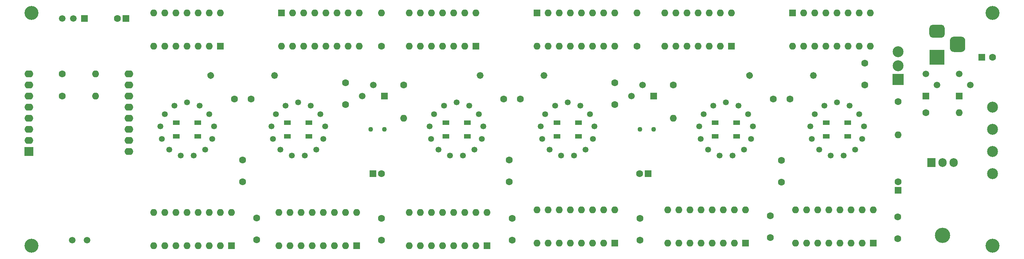
<source format=gbr>
%TF.GenerationSoftware,KiCad,Pcbnew,(5.1.7-0-10_14)*%
%TF.CreationDate,2020-10-12T21:23:20+02:00*%
%TF.ProjectId,nixie_board,6e697869-655f-4626-9f61-72642e6b6963,rev?*%
%TF.SameCoordinates,Original*%
%TF.FileFunction,Soldermask,Top*%
%TF.FilePolarity,Negative*%
%FSLAX46Y46*%
G04 Gerber Fmt 4.6, Leading zero omitted, Abs format (unit mm)*
G04 Created by KiCad (PCBNEW (5.1.7-0-10_14)) date 2020-10-12 21:23:20*
%MOMM*%
%LPD*%
G01*
G04 APERTURE LIST*
%ADD10R,1.500000X1.000000*%
%ADD11R,1.500000X1.500000*%
%ADD12C,1.500000*%
%ADD13C,1.600000*%
%ADD14O,1.600000X1.600000*%
%ADD15C,1.107440*%
%ADD16C,2.499360*%
%ADD17R,2.499360X2.499360*%
%ADD18O,2.000000X1.600000*%
%ADD19R,2.000000X2.000000*%
%ADD20R,3.500000X3.500000*%
%ADD21R,1.600000X1.600000*%
%ADD22C,3.200000*%
%ADD23C,1.346200*%
%ADD24O,1.905000X2.000000*%
%ADD25R,1.905000X2.000000*%
%ADD26O,3.500000X3.500000*%
G04 APERTURE END LIST*
D10*
%TO.C,D6*%
X231050000Y-53670000D03*
X231050000Y-50470000D03*
X226150000Y-53670000D03*
X226150000Y-50470000D03*
%TD*%
%TO.C,D5*%
X205650000Y-53670000D03*
X205650000Y-50470000D03*
X200750000Y-53670000D03*
X200750000Y-50470000D03*
%TD*%
%TO.C,D4*%
X169455000Y-53670000D03*
X169455000Y-50470000D03*
X164555000Y-53670000D03*
X164555000Y-50470000D03*
%TD*%
%TO.C,D3*%
X144055000Y-53670000D03*
X144055000Y-50470000D03*
X139155000Y-53670000D03*
X139155000Y-50470000D03*
%TD*%
%TO.C,D2*%
X107860000Y-53670000D03*
X107860000Y-50470000D03*
X102960000Y-53670000D03*
X102960000Y-50470000D03*
%TD*%
%TO.C,D1*%
X82460000Y-53670000D03*
X82460000Y-50470000D03*
X77560000Y-53670000D03*
X77560000Y-50470000D03*
%TD*%
D11*
%TO.C,U15*%
X56515000Y-26670000D03*
D12*
X51435000Y-26670000D03*
X53975000Y-26670000D03*
%TD*%
D11*
%TO.C,Q4*%
X248920000Y-44450000D03*
D12*
X248920000Y-39370000D03*
X251460000Y-41910000D03*
%TD*%
D11*
%TO.C,Q3*%
X186690000Y-44450000D03*
D12*
X181610000Y-44450000D03*
X184150000Y-41910000D03*
%TD*%
D11*
%TO.C,Q2*%
X125095000Y-44450000D03*
D12*
X120015000Y-44450000D03*
X122555000Y-41910000D03*
%TD*%
D11*
%TO.C,Q1*%
X256540000Y-44450000D03*
D12*
X256540000Y-39370000D03*
X259080000Y-41910000D03*
%TD*%
D13*
%TO.C,C14*%
X234950000Y-36910000D03*
X234950000Y-41910000D03*
%TD*%
%TO.C,C13*%
X177800000Y-41355000D03*
X177800000Y-46355000D03*
%TD*%
%TO.C,C12*%
X215900000Y-64135000D03*
X215900000Y-59135000D03*
%TD*%
%TO.C,C11*%
X116205000Y-41355000D03*
X116205000Y-46355000D03*
%TD*%
%TO.C,C10*%
X153670000Y-64055000D03*
X153670000Y-59055000D03*
%TD*%
%TO.C,C9*%
X92710000Y-64055000D03*
X92710000Y-59055000D03*
%TD*%
%TO.C,C6*%
X95885000Y-72390000D03*
X95885000Y-77390000D03*
%TD*%
%TO.C,C5*%
X183515000Y-72470000D03*
X183515000Y-77470000D03*
%TD*%
%TO.C,C4*%
X154305000Y-72470000D03*
X154305000Y-77470000D03*
%TD*%
%TO.C,C3*%
X124460000Y-72470000D03*
X124460000Y-77470000D03*
%TD*%
%TO.C,C2*%
X213360000Y-71835000D03*
X213360000Y-76835000D03*
%TD*%
%TO.C,C1*%
X242443000Y-77089000D03*
X242443000Y-72089000D03*
%TD*%
D14*
%TO.C,R15*%
X242570000Y-53340000D03*
D13*
X242570000Y-45720000D03*
%TD*%
D14*
%TO.C,R14*%
X191135000Y-49530000D03*
D13*
X191135000Y-41910000D03*
%TD*%
D14*
%TO.C,R13*%
X182880000Y-25400000D03*
D13*
X182880000Y-33020000D03*
%TD*%
D14*
%TO.C,R12*%
X129540000Y-49530000D03*
D13*
X129540000Y-41910000D03*
%TD*%
D14*
%TO.C,R11*%
X124460000Y-25400000D03*
D13*
X124460000Y-33020000D03*
%TD*%
D14*
%TO.C,R10*%
X256540000Y-48260000D03*
D13*
X248920000Y-48260000D03*
%TD*%
D14*
%TO.C,R9*%
X59055000Y-39370000D03*
D13*
X51435000Y-39370000D03*
%TD*%
D14*
%TO.C,R8*%
X59055000Y-44450000D03*
D13*
X51435000Y-44450000D03*
%TD*%
%TO.C,R6*%
G36*
G01*
X222627469Y-40262531D02*
X222627469Y-40262531D01*
G75*
G02*
X222627469Y-39131161I565685J565685D01*
G01*
X222627469Y-39131161D01*
G75*
G02*
X223758839Y-39131161I565685J-565685D01*
G01*
X223758839Y-39131161D01*
G75*
G02*
X223758839Y-40262531I-565685J-565685D01*
G01*
X223758839Y-40262531D01*
G75*
G02*
X222627469Y-40262531I-565685J565685D01*
G01*
G37*
X217805000Y-45085000D03*
%TD*%
%TO.C,R5*%
G36*
G01*
X209172531Y-40262531D02*
X209172531Y-40262531D01*
G75*
G02*
X208041161Y-40262531I-565685J565685D01*
G01*
X208041161Y-40262531D01*
G75*
G02*
X208041161Y-39131161I565685J565685D01*
G01*
X208041161Y-39131161D01*
G75*
G02*
X209172531Y-39131161I565685J-565685D01*
G01*
X209172531Y-39131161D01*
G75*
G02*
X209172531Y-40262531I-565685J-565685D01*
G01*
G37*
X213995000Y-45085000D03*
%TD*%
%TO.C,R4*%
G36*
G01*
X161032469Y-40262531D02*
X161032469Y-40262531D01*
G75*
G02*
X161032469Y-39131161I565685J565685D01*
G01*
X161032469Y-39131161D01*
G75*
G02*
X162163839Y-39131161I565685J-565685D01*
G01*
X162163839Y-39131161D01*
G75*
G02*
X162163839Y-40262531I-565685J-565685D01*
G01*
X162163839Y-40262531D01*
G75*
G02*
X161032469Y-40262531I-565685J565685D01*
G01*
G37*
X156210000Y-45085000D03*
%TD*%
%TO.C,R3*%
G36*
G01*
X147577531Y-40262531D02*
X147577531Y-40262531D01*
G75*
G02*
X146446161Y-40262531I-565685J565685D01*
G01*
X146446161Y-40262531D01*
G75*
G02*
X146446161Y-39131161I565685J565685D01*
G01*
X146446161Y-39131161D01*
G75*
G02*
X147577531Y-39131161I565685J-565685D01*
G01*
X147577531Y-39131161D01*
G75*
G02*
X147577531Y-40262531I-565685J-565685D01*
G01*
G37*
X152400000Y-45085000D03*
%TD*%
%TO.C,R2*%
G36*
G01*
X99437469Y-40262531D02*
X99437469Y-40262531D01*
G75*
G02*
X99437469Y-39131161I565685J565685D01*
G01*
X99437469Y-39131161D01*
G75*
G02*
X100568839Y-39131161I565685J-565685D01*
G01*
X100568839Y-39131161D01*
G75*
G02*
X100568839Y-40262531I-565685J-565685D01*
G01*
X100568839Y-40262531D01*
G75*
G02*
X99437469Y-40262531I-565685J565685D01*
G01*
G37*
X94615000Y-45085000D03*
%TD*%
%TO.C,R1*%
G36*
G01*
X85982531Y-40262531D02*
X85982531Y-40262531D01*
G75*
G02*
X84851161Y-40262531I-565685J565685D01*
G01*
X84851161Y-40262531D01*
G75*
G02*
X84851161Y-39131161I565685J565685D01*
G01*
X84851161Y-39131161D01*
G75*
G02*
X85982531Y-39131161I565685J-565685D01*
G01*
X85982531Y-39131161D01*
G75*
G02*
X85982531Y-40262531I-565685J-565685D01*
G01*
G37*
X90805000Y-45085000D03*
%TD*%
D15*
%TO.C,NR1*%
X186689500Y-52070000D03*
X183514500Y-52070000D03*
%TD*%
%TO.C,NL1*%
X121983500Y-52070000D03*
X125158500Y-52070000D03*
%TD*%
D16*
%TO.C,JP1*%
X242570000Y-34290000D03*
X242570000Y-37465000D03*
D17*
X242570000Y-40640000D03*
%TD*%
D18*
%TO.C,U3*%
X66675000Y-57150000D03*
X66675000Y-54610000D03*
X66675000Y-52070000D03*
X66675000Y-49530000D03*
X66675000Y-46990000D03*
X66675000Y-44450000D03*
X66675000Y-41910000D03*
X66675000Y-39370000D03*
X43815000Y-39370000D03*
X43815000Y-41910000D03*
X43815000Y-44450000D03*
X43815000Y-46990000D03*
X43815000Y-49530000D03*
X43815000Y-52070000D03*
D19*
X43815000Y-57150000D03*
D18*
X43815000Y-54610000D03*
%TD*%
%TO.C,J5*%
G36*
G01*
X255285000Y-30810000D02*
X257035000Y-30810000D01*
G75*
G02*
X257910000Y-31685000I0J-875000D01*
G01*
X257910000Y-33435000D01*
G75*
G02*
X257035000Y-34310000I-875000J0D01*
G01*
X255285000Y-34310000D01*
G75*
G02*
X254410000Y-33435000I0J875000D01*
G01*
X254410000Y-31685000D01*
G75*
G02*
X255285000Y-30810000I875000J0D01*
G01*
G37*
G36*
G01*
X250460000Y-28060000D02*
X252460000Y-28060000D01*
G75*
G02*
X253210000Y-28810000I0J-750000D01*
G01*
X253210000Y-30310000D01*
G75*
G02*
X252460000Y-31060000I-750000J0D01*
G01*
X250460000Y-31060000D01*
G75*
G02*
X249710000Y-30310000I0J750000D01*
G01*
X249710000Y-28810000D01*
G75*
G02*
X250460000Y-28060000I750000J0D01*
G01*
G37*
D20*
X251460000Y-35560000D03*
%TD*%
D13*
%TO.C,C17*%
X242570000Y-64040000D03*
D21*
X242570000Y-66040000D03*
%TD*%
D13*
%TO.C,C16*%
X64040000Y-26670000D03*
D21*
X66040000Y-26670000D03*
%TD*%
D22*
%TO.C,M4*%
X44450000Y-78740000D03*
%TD*%
%TO.C,M2*%
X264160000Y-25400000D03*
%TD*%
%TO.C,M3*%
X264160000Y-78740000D03*
%TD*%
%TO.C,M1*%
X44450000Y-25400000D03*
%TD*%
D21*
%TO.C,C15*%
X185420000Y-62230000D03*
D13*
X183420000Y-62230000D03*
%TD*%
D16*
%TO.C,J4*%
X264160000Y-57150000D03*
%TD*%
D13*
%TO.C,C7*%
X264160000Y-35560000D03*
D21*
X261660000Y-35560000D03*
%TD*%
D23*
%TO.C,N6*%
X231475280Y-46591220D03*
X225724720Y-46591220D03*
X228600000Y-45882560D03*
X222455740Y-51325780D03*
X222813880Y-54264560D03*
X224495360Y-56702960D03*
X227119180Y-58079640D03*
X230080820Y-58079640D03*
X232704640Y-56702960D03*
X234386120Y-54264560D03*
X234744260Y-51325780D03*
X233692700Y-48554640D03*
X223507300Y-48554640D03*
%TD*%
%TO.C,N5*%
X206075280Y-46591220D03*
X200324720Y-46591220D03*
X203200000Y-45882560D03*
X197055740Y-51325780D03*
X197413880Y-54264560D03*
X199095360Y-56702960D03*
X201719180Y-58079640D03*
X204680820Y-58079640D03*
X207304640Y-56702960D03*
X208986120Y-54264560D03*
X209344260Y-51325780D03*
X208292700Y-48554640D03*
X198107300Y-48554640D03*
%TD*%
%TO.C,N4*%
X169880280Y-46591220D03*
X164129720Y-46591220D03*
X167005000Y-45882560D03*
X160860740Y-51325780D03*
X161218880Y-54264560D03*
X162900360Y-56702960D03*
X165524180Y-58079640D03*
X168485820Y-58079640D03*
X171109640Y-56702960D03*
X172791120Y-54264560D03*
X173149260Y-51325780D03*
X172097700Y-48554640D03*
X161912300Y-48554640D03*
%TD*%
%TO.C,N3*%
X144480280Y-46591220D03*
X138729720Y-46591220D03*
X141605000Y-45882560D03*
X135460740Y-51325780D03*
X135818880Y-54264560D03*
X137500360Y-56702960D03*
X140124180Y-58079640D03*
X143085820Y-58079640D03*
X145709640Y-56702960D03*
X147391120Y-54264560D03*
X147749260Y-51325780D03*
X146697700Y-48554640D03*
X136512300Y-48554640D03*
%TD*%
%TO.C,N2*%
X108285280Y-46591220D03*
X102534720Y-46591220D03*
X105410000Y-45882560D03*
X99265740Y-51325780D03*
X99623880Y-54264560D03*
X101305360Y-56702960D03*
X103929180Y-58079640D03*
X106890820Y-58079640D03*
X109514640Y-56702960D03*
X111196120Y-54264560D03*
X111554260Y-51325780D03*
X110502700Y-48554640D03*
X100317300Y-48554640D03*
%TD*%
%TO.C,N1*%
X82885280Y-46591220D03*
X77134720Y-46591220D03*
X80010000Y-45882560D03*
X73865740Y-51325780D03*
X74223880Y-54264560D03*
X75905360Y-56702960D03*
X78529180Y-58079640D03*
X81490820Y-58079640D03*
X84114640Y-56702960D03*
X85796120Y-54264560D03*
X86154260Y-51325780D03*
X85102700Y-48554640D03*
X74917300Y-48554640D03*
%TD*%
D12*
%TO.C,R7*%
X53750000Y-77470000D03*
X57150000Y-77470000D03*
%TD*%
D13*
%TO.C,C8*%
X124460000Y-62230000D03*
D21*
X122460000Y-62230000D03*
%TD*%
D14*
%TO.C,U14*%
X236855000Y-70485000D03*
X219075000Y-78105000D03*
X234315000Y-70485000D03*
X221615000Y-78105000D03*
X231775000Y-70485000D03*
X224155000Y-78105000D03*
X229235000Y-70485000D03*
X226695000Y-78105000D03*
X226695000Y-70485000D03*
X229235000Y-78105000D03*
X224155000Y-70485000D03*
X231775000Y-78105000D03*
X221615000Y-70485000D03*
X234315000Y-78105000D03*
X219075000Y-70485000D03*
D21*
X236855000Y-78105000D03*
%TD*%
D14*
%TO.C,U13*%
X218440000Y-33020000D03*
X236220000Y-25400000D03*
X220980000Y-33020000D03*
X233680000Y-25400000D03*
X223520000Y-33020000D03*
X231140000Y-25400000D03*
X226060000Y-33020000D03*
X228600000Y-25400000D03*
X228600000Y-33020000D03*
X226060000Y-25400000D03*
X231140000Y-33020000D03*
X223520000Y-25400000D03*
X233680000Y-33020000D03*
X220980000Y-25400000D03*
X236220000Y-33020000D03*
D21*
X218440000Y-25400000D03*
%TD*%
D24*
%TO.C,U12*%
X255270000Y-59690000D03*
X252730000Y-59690000D03*
D25*
X250190000Y-59690000D03*
D26*
X252730000Y-76350000D03*
%TD*%
D14*
%TO.C,U11*%
X207645000Y-70485000D03*
X189865000Y-78105000D03*
X205105000Y-70485000D03*
X192405000Y-78105000D03*
X202565000Y-70485000D03*
X194945000Y-78105000D03*
X200025000Y-70485000D03*
X197485000Y-78105000D03*
X197485000Y-70485000D03*
X200025000Y-78105000D03*
X194945000Y-70485000D03*
X202565000Y-78105000D03*
X192405000Y-70485000D03*
X205105000Y-78105000D03*
X189865000Y-70485000D03*
D21*
X207645000Y-78105000D03*
%TD*%
D14*
%TO.C,U10*%
X204470000Y-25400000D03*
X189230000Y-33020000D03*
X201930000Y-25400000D03*
X191770000Y-33020000D03*
X199390000Y-25400000D03*
X194310000Y-33020000D03*
X196850000Y-25400000D03*
X196850000Y-33020000D03*
X194310000Y-25400000D03*
X199390000Y-33020000D03*
X191770000Y-25400000D03*
X201930000Y-33020000D03*
X189230000Y-25400000D03*
D21*
X204470000Y-33020000D03*
%TD*%
D14*
%TO.C,U9*%
X177800000Y-70485000D03*
X160020000Y-78105000D03*
X175260000Y-70485000D03*
X162560000Y-78105000D03*
X172720000Y-70485000D03*
X165100000Y-78105000D03*
X170180000Y-70485000D03*
X167640000Y-78105000D03*
X167640000Y-70485000D03*
X170180000Y-78105000D03*
X165100000Y-70485000D03*
X172720000Y-78105000D03*
X162560000Y-70485000D03*
X175260000Y-78105000D03*
X160020000Y-70485000D03*
D21*
X177800000Y-78105000D03*
%TD*%
D14*
%TO.C,U8*%
X160020000Y-33020000D03*
X177800000Y-25400000D03*
X162560000Y-33020000D03*
X175260000Y-25400000D03*
X165100000Y-33020000D03*
X172720000Y-25400000D03*
X167640000Y-33020000D03*
X170180000Y-25400000D03*
X170180000Y-33020000D03*
X167640000Y-25400000D03*
X172720000Y-33020000D03*
X165100000Y-25400000D03*
X175260000Y-33020000D03*
X162560000Y-25400000D03*
X177800000Y-33020000D03*
D21*
X160020000Y-25400000D03*
%TD*%
D14*
%TO.C,U7*%
X148590000Y-71120000D03*
X130810000Y-78740000D03*
X146050000Y-71120000D03*
X133350000Y-78740000D03*
X143510000Y-71120000D03*
X135890000Y-78740000D03*
X140970000Y-71120000D03*
X138430000Y-78740000D03*
X138430000Y-71120000D03*
X140970000Y-78740000D03*
X135890000Y-71120000D03*
X143510000Y-78740000D03*
X133350000Y-71120000D03*
X146050000Y-78740000D03*
X130810000Y-71120000D03*
D21*
X148590000Y-78740000D03*
%TD*%
D14*
%TO.C,U6*%
X146050000Y-25400000D03*
X130810000Y-33020000D03*
X143510000Y-25400000D03*
X133350000Y-33020000D03*
X140970000Y-25400000D03*
X135890000Y-33020000D03*
X138430000Y-25400000D03*
X138430000Y-33020000D03*
X135890000Y-25400000D03*
X140970000Y-33020000D03*
X133350000Y-25400000D03*
X143510000Y-33020000D03*
X130810000Y-25400000D03*
D21*
X146050000Y-33020000D03*
%TD*%
D14*
%TO.C,U5*%
X118745000Y-71120000D03*
X100965000Y-78740000D03*
X116205000Y-71120000D03*
X103505000Y-78740000D03*
X113665000Y-71120000D03*
X106045000Y-78740000D03*
X111125000Y-71120000D03*
X108585000Y-78740000D03*
X108585000Y-71120000D03*
X111125000Y-78740000D03*
X106045000Y-71120000D03*
X113665000Y-78740000D03*
X103505000Y-71120000D03*
X116205000Y-78740000D03*
X100965000Y-71120000D03*
D21*
X118745000Y-78740000D03*
%TD*%
D14*
%TO.C,U4*%
X101600000Y-33020000D03*
X119380000Y-25400000D03*
X104140000Y-33020000D03*
X116840000Y-25400000D03*
X106680000Y-33020000D03*
X114300000Y-25400000D03*
X109220000Y-33020000D03*
X111760000Y-25400000D03*
X111760000Y-33020000D03*
X109220000Y-25400000D03*
X114300000Y-33020000D03*
X106680000Y-25400000D03*
X116840000Y-33020000D03*
X104140000Y-25400000D03*
X119380000Y-33020000D03*
D21*
X101600000Y-25400000D03*
%TD*%
D14*
%TO.C,U2*%
X90170000Y-71120000D03*
X72390000Y-78740000D03*
X87630000Y-71120000D03*
X74930000Y-78740000D03*
X85090000Y-71120000D03*
X77470000Y-78740000D03*
X82550000Y-71120000D03*
X80010000Y-78740000D03*
X80010000Y-71120000D03*
X82550000Y-78740000D03*
X77470000Y-71120000D03*
X85090000Y-78740000D03*
X74930000Y-71120000D03*
X87630000Y-78740000D03*
X72390000Y-71120000D03*
D21*
X90170000Y-78740000D03*
%TD*%
D14*
%TO.C,U1*%
X87630000Y-25400000D03*
X72390000Y-33020000D03*
X85090000Y-25400000D03*
X74930000Y-33020000D03*
X82550000Y-25400000D03*
X77470000Y-33020000D03*
X80010000Y-25400000D03*
X80010000Y-33020000D03*
X77470000Y-25400000D03*
X82550000Y-33020000D03*
X74930000Y-25400000D03*
X85090000Y-33020000D03*
X72390000Y-25400000D03*
D21*
X87630000Y-33020000D03*
%TD*%
D16*
%TO.C,J3*%
X264160000Y-52070000D03*
%TD*%
%TO.C,J2*%
X264160000Y-62230000D03*
%TD*%
%TO.C,J1*%
X264160000Y-46990000D03*
%TD*%
M02*

</source>
